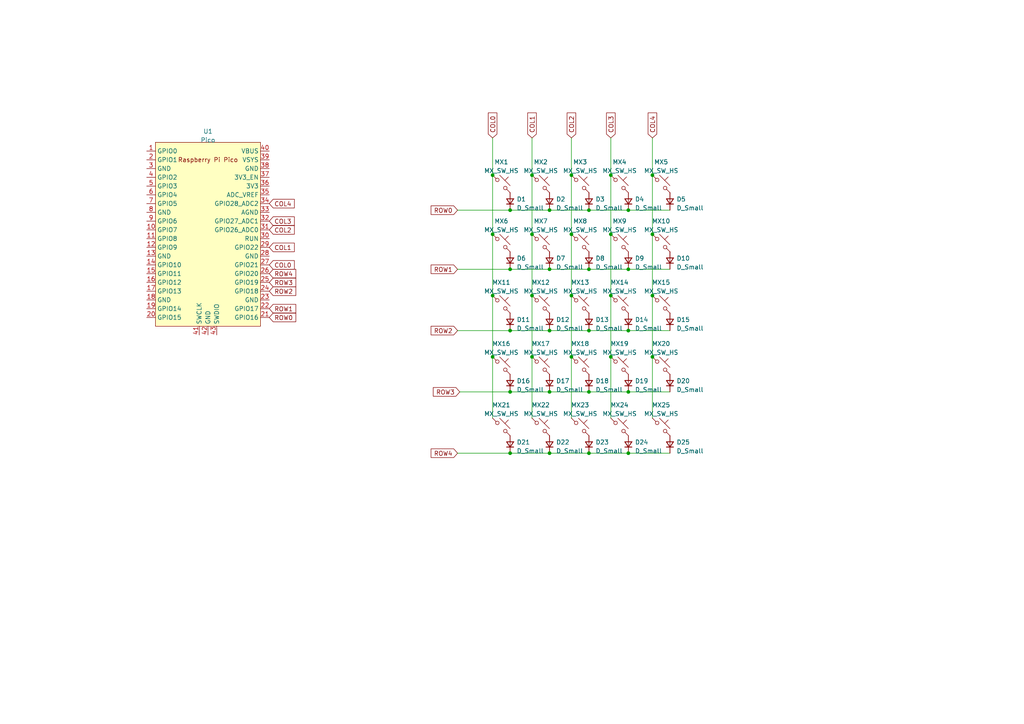
<source format=kicad_sch>
(kicad_sch (version 20230121) (generator eeschema)
  (paper "A4")
  (lib_symbols
    (symbol "Device:D_Small" (pin_numbers hide) (pin_names (offset 0.254) hide)
      (property "Reference" "D" (at -1.27 2.032 0))
      (property "Value" "D_Small" (at -3.81 -2.032 0))
      (symbol "D_Small_0_1"
        (polyline (pts (xy -0.762 -1.016) (xy -0.762 1.016)) (stroke (width 0.254)))
        (polyline (pts (xy -0.762 0) (xy 0.762 0)))
        (polyline (pts (xy 0.762 -1.016) (xy -0.762 0) (xy 0.762 1.016) (xy 0.762 -1.016)) (stroke (width 0.254)))
      )
      (symbol "D_Small_1_1"
        (pin passive line (at -2.54 0 0) (length 1.778) (name "K") (number "1"))
        (pin passive line (at 2.54 0 180) (length 1.778) (name "A") (number "2"))
      )
    )
    (symbol "MCU_RaspberryPi_and_Boards:Pico"
      (property "Reference" "U" (at -13.97 27.94 0))
      (property "Value" "Pico" (at 0 19.05 0))
      (symbol "Pico_0_0"
        (text "Raspberry Pi Pico" (at 0 21.59 0) (effects (font (size 1.27 1.27))))
      )
      (symbol "Pico_0_1"
        (rectangle (start -15.24 26.67) (end 15.24 -26.67) (fill (type background)))
      )
      (symbol "Pico_1_1"
        (pin bidirectional line (at -17.78 24.13 0) (length 2.54) (name "GPIO0") (number "1"))
        (pin bidirectional line (at -17.78 1.27 0) (length 2.54) (name "GPIO7") (number "10"))
        (pin bidirectional line (at -17.78 -1.27 0) (length 2.54) (name "GPIO8") (number "11"))
        (pin bidirectional line (at -17.78 -3.81 0) (length 2.54) (name "GPIO9") (number "12"))
        (pin power_in line (at -17.78 -6.35 0) (length 2.54) (name "GND") (number "13"))
        (pin bidirectional line (at -17.78 -8.89 0) (length 2.54) (name "GPIO10") (number "14"))
        (pin bidirectional line (at -17.78 -11.43 0) (length 2.54) (name "GPIO11") (number "15"))
        (pin bidirectional line (at -17.78 -13.97 0) (length 2.54) (name "GPIO12") (number "16"))
        (pin bidirectional line (at -17.78 -16.51 0) (length 2.54) (name "GPIO13") (number "17"))
        (pin power_in line (at -17.78 -19.05 0) (length 2.54) (name "GND") (number "18"))
        (pin bidirectional line (at -17.78 -21.59 0) (length 2.54) (name "GPIO14") (number "19"))
        (pin bidirectional line (at -17.78 21.59 0) (length 2.54) (name "GPIO1") (number "2"))
        (pin bidirectional line (at -17.78 -24.13 0) (length 2.54) (name "GPIO15") (number "20"))
        (pin bidirectional line (at 17.78 -24.13 180) (length 2.54) (name "GPIO16") (number "21"))
        (pin bidirectional line (at 17.78 -21.59 180) (length 2.54) (name "GPIO17") (number "22"))
        (pin power_in line (at 17.78 -19.05 180) (length 2.54) (name "GND") (number "23"))
        (pin bidirectional line (at 17.78 -16.51 180) (length 2.54) (name "GPIO18") (number "24"))
        (pin bidirectional line (at 17.78 -13.97 180) (length 2.54) (name "GPIO19") (number "25"))
        (pin bidirectional line (at 17.78 -11.43 180) (length 2.54) (name "GPIO20") (number "26"))
        (pin bidirectional line (at 17.78 -8.89 180) (length 2.54) (name "GPIO21") (number "27"))
        (pin power_in line (at 17.78 -6.35 180) (length 2.54) (name "GND") (number "28"))
        (pin bidirectional line (at 17.78 -3.81 180) (length 2.54) (name "GPIO22") (number "29"))
        (pin power_in line (at -17.78 19.05 0) (length 2.54) (name "GND") (number "3"))
        (pin input line (at 17.78 -1.27 180) (length 2.54) (name "RUN") (number "30"))
        (pin bidirectional line (at 17.78 1.27 180) (length 2.54) (name "GPIO26_ADC0") (number "31"))
        (pin bidirectional line (at 17.78 3.81 180) (length 2.54) (name "GPIO27_ADC1") (number "32"))
        (pin power_in line (at 17.78 6.35 180) (length 2.54) (name "AGND") (number "33"))
        (pin bidirectional line (at 17.78 8.89 180) (length 2.54) (name "GPIO28_ADC2") (number "34"))
        (pin power_in line (at 17.78 11.43 180) (length 2.54) (name "ADC_VREF") (number "35"))
        (pin power_in line (at 17.78 13.97 180) (length 2.54) (name "3V3") (number "36"))
        (pin input line (at 17.78 16.51 180) (length 2.54) (name "3V3_EN") (number "37"))
        (pin bidirectional line (at 17.78 19.05 180) (length 2.54) (name "GND") (number "38"))
        (pin power_in line (at 17.78 21.59 180) (length 2.54) (name "VSYS") (number "39"))
        (pin bidirectional line (at -17.78 16.51 0) (length 2.54) (name "GPIO2") (number "4"))
        (pin power_in line (at 17.78 24.13 180) (length 2.54) (name "VBUS") (number "40"))
        (pin input line (at -2.54 -29.21 90) (length 2.54) (name "SWCLK") (number "41"))
        (pin power_in line (at 0 -29.21 90) (length 2.54) (name "GND") (number "42"))
        (pin bidirectional line (at 2.54 -29.21 90) (length 2.54) (name "SWDIO") (number "43"))
        (pin bidirectional line (at -17.78 13.97 0) (length 2.54) (name "GPIO3") (number "5"))
        (pin bidirectional line (at -17.78 11.43 0) (length 2.54) (name "GPIO4") (number "6"))
        (pin bidirectional line (at -17.78 8.89 0) (length 2.54) (name "GPIO5") (number "7"))
        (pin power_in line (at -17.78 6.35 0) (length 2.54) (name "GND") (number "8"))
        (pin bidirectional line (at -17.78 3.81 0) (length 2.54) (name "GPIO6") (number "9"))
      )
    )
    (symbol "PCM_marbastlib-mx:MX_SW_HS" (pin_numbers hide) (pin_names (offset 1.016) hide)
      (property "Reference" "MX" (at 3.048 1.016 0))
      (property "Value" "MX_SW_HS" (at 0 -3.81 0))
      (symbol "MX_SW_HS_0_1"
        (circle (center -1.1684 1.1684) (radius 0.508))
        (polyline (pts (xy -0.508 2.54) (xy 2.54 -0.508)))
        (polyline (pts (xy 1.016 1.016) (xy 2.032 2.032)))
        (polyline (pts (xy -2.54 2.54) (xy -1.524 1.524) (xy -1.524 1.524)))
        (polyline (pts (xy 1.524 -1.524) (xy 2.54 -2.54) (xy 2.54 -2.54) (xy 2.54 -2.54)))
        (circle (center 1.143 -1.1938) (radius 0.508))
        (pin passive line (at -2.54 2.54 0) (length 0) (name "1") (number "1"))
        (pin passive line (at 2.54 -2.54 180) (length 0) (name "2") (number "2"))
      )
    )
  )
  (junction (at 189.23 67.945))
  (junction (at 165.735 67.945))
  (junction (at 142.875 67.945))
  (junction (at 147.955 78.105))
  (junction (at 159.385 113.665))
  (junction (at 159.385 78.105))
  (junction (at 147.955 131.445))
  (junction (at 170.815 60.96))
  (junction (at 189.23 103.505))
  (junction (at 159.385 131.445))
  (junction (at 165.735 103.505))
  (junction (at 165.735 50.8))
  (junction (at 170.815 78.105))
  (junction (at 154.305 67.945))
  (junction (at 170.815 95.885))
  (junction (at 154.305 103.505))
  (junction (at 147.955 95.885))
  (junction (at 182.245 131.445))
  (junction (at 165.735 85.725))
  (junction (at 154.305 85.725))
  (junction (at 159.385 60.96))
  (junction (at 182.245 60.96))
  (junction (at 177.165 50.8))
  (junction (at 189.23 50.8))
  (junction (at 142.875 85.725))
  (junction (at 182.245 95.885))
  (junction (at 154.305 50.8))
  (junction (at 177.165 85.725))
  (junction (at 147.955 60.96))
  (junction (at 170.815 113.665))
  (junction (at 147.955 113.665))
  (junction (at 182.245 78.105))
  (junction (at 189.23 85.725))
  (junction (at 177.165 103.505))
  (junction (at 170.815 131.445))
  (junction (at 142.875 50.8))
  (junction (at 182.245 113.665))
  (junction (at 159.385 95.885))
  (junction (at 142.875 103.505))
  (junction (at 177.165 67.945))
  (wire (pts (xy 159.385 78.105) (xy 170.815 78.105)))
  (wire (pts (xy 189.23 50.8) (xy 189.23 67.945)))
  (wire (pts (xy 159.385 60.96) (xy 170.815 60.96)))
  (wire (pts (xy 170.815 131.445) (xy 159.385 131.445)))
  (wire (pts (xy 147.955 60.96) (xy 159.385 60.96)))
  (wire (pts (xy 142.875 103.505) (xy 142.875 121.285)))
  (wire (pts (xy 177.165 40.005) (xy 177.165 50.8)))
  (wire (pts (xy 154.305 103.505) (xy 154.305 121.285)))
  (wire (pts (xy 189.23 103.505) (xy 189.23 121.285)))
  (wire (pts (xy 154.305 85.725) (xy 154.305 103.505)))
  (wire (pts (xy 147.955 78.105) (xy 159.385 78.105)))
  (wire (pts (xy 165.735 40.005) (xy 165.735 50.8)))
  (wire (pts (xy 194.31 131.445) (xy 182.245 131.445)))
  (wire (pts (xy 132.715 60.96) (xy 147.955 60.96)))
  (wire (pts (xy 133.35 113.665) (xy 147.955 113.665)))
  (wire (pts (xy 147.955 95.885) (xy 159.385 95.885)))
  (wire (pts (xy 154.305 40.005) (xy 154.305 50.8)))
  (wire (pts (xy 147.955 131.445) (xy 132.715 131.445)))
  (wire (pts (xy 170.815 78.105) (xy 182.245 78.105)))
  (wire (pts (xy 159.385 113.665) (xy 170.815 113.665)))
  (wire (pts (xy 165.735 103.505) (xy 165.735 121.285)))
  (wire (pts (xy 177.165 103.505) (xy 177.165 121.285)))
  (wire (pts (xy 177.165 85.725) (xy 177.165 103.505)))
  (wire (pts (xy 165.735 67.945) (xy 165.735 85.725)))
  (wire (pts (xy 189.23 40.005) (xy 189.23 50.8)))
  (wire (pts (xy 147.955 113.665) (xy 159.385 113.665)))
  (wire (pts (xy 142.875 67.945) (xy 142.875 85.725)))
  (wire (pts (xy 142.875 40.005) (xy 142.875 50.8)))
  (wire (pts (xy 170.815 60.96) (xy 182.245 60.96)))
  (wire (pts (xy 170.815 113.665) (xy 182.245 113.665)))
  (wire (pts (xy 154.305 50.8) (xy 154.305 67.945)))
  (wire (pts (xy 189.23 85.725) (xy 189.23 103.505)))
  (wire (pts (xy 182.245 131.445) (xy 170.815 131.445)))
  (wire (pts (xy 159.385 131.445) (xy 147.955 131.445)))
  (wire (pts (xy 132.715 78.105) (xy 147.955 78.105)))
  (wire (pts (xy 182.245 95.885) (xy 194.31 95.885)))
  (wire (pts (xy 177.165 67.945) (xy 177.165 85.725)))
  (wire (pts (xy 165.735 50.8) (xy 165.735 67.945)))
  (wire (pts (xy 165.735 85.725) (xy 165.735 103.505)))
  (wire (pts (xy 182.245 78.105) (xy 194.31 78.105)))
  (wire (pts (xy 142.875 85.725) (xy 142.875 103.505)))
  (wire (pts (xy 142.875 50.8) (xy 142.875 67.945)))
  (wire (pts (xy 154.305 67.945) (xy 154.305 85.725)))
  (wire (pts (xy 189.23 67.945) (xy 189.23 85.725)))
  (wire (pts (xy 182.245 113.665) (xy 194.31 113.665)))
  (wire (pts (xy 177.165 50.8) (xy 177.165 67.945)))
  (wire (pts (xy 132.715 95.885) (xy 147.955 95.885)))
  (wire (pts (xy 159.385 95.885) (xy 170.815 95.885)))
  (wire (pts (xy 182.245 60.96) (xy 194.31 60.96)))
  (wire (pts (xy 170.815 95.885) (xy 182.245 95.885)))
  (global_label "ROW0" (shape input) (at 132.715 60.96 180) (property "Intersheetrefs" "${INTERSHEET_REFS}" (effects hide)))
  (global_label "ROW2" (shape input) (at 132.715 95.885 180) (property "Intersheetrefs" "${INTERSHEET_REFS}" (effects hide)))
  (global_label "ROW4" (shape input) (at 78.105 79.375 0) (property "Intersheetrefs" "${INTERSHEET_REFS}" (effects hide)))
  (global_label "COL1" (shape input) (at 154.305 40.005 90) (property "Intersheetrefs" "${INTERSHEET_REFS}" (effects hide)))
  (global_label "ROW1" (shape input) (at 78.105 89.535 0) (property "Intersheetrefs" "${INTERSHEET_REFS}" (effects hide)))
  (global_label "ROW1" (shape input) (at 132.715 78.105 180) (property "Intersheetrefs" "${INTERSHEET_REFS}" (effects hide)))
  (global_label "COL0" (shape input) (at 142.875 40.005 90) (property "Intersheetrefs" "${INTERSHEET_REFS}" (effects hide)))
  (global_label "COL2" (shape input) (at 165.735 40.005 90) (property "Intersheetrefs" "${INTERSHEET_REFS}" (effects hide)))
  (global_label "COL4" (shape input) (at 78.105 59.055 0) (property "Intersheetrefs" "${INTERSHEET_REFS}" (effects hide)))
  (global_label "ROW4" (shape input) (at 132.715 131.445 180) (property "Intersheetrefs" "${INTERSHEET_REFS}" (effects hide)))
  (global_label "ROW3" (shape input) (at 133.35 113.665 180) (property "Intersheetrefs" "${INTERSHEET_REFS}" (effects hide)))
  (global_label "COL2" (shape input) (at 78.105 66.675 0) (property "Intersheetrefs" "${INTERSHEET_REFS}" (effects hide)))
  (global_label "ROW0" (shape input) (at 78.105 92.075 0) (property "Intersheetrefs" "${INTERSHEET_REFS}" (effects hide)))
  (global_label "ROW2" (shape input) (at 78.105 84.455 0) (property "Intersheetrefs" "${INTERSHEET_REFS}" (effects hide)))
  (global_label "COL3" (shape input) (at 177.165 40.005 90) (property "Intersheetrefs" "${INTERSHEET_REFS}" (effects hide)))
  (global_label "COL0" (shape input) (at 78.105 76.835 0) (property "Intersheetrefs" "${INTERSHEET_REFS}" (effects hide)))
  (global_label "ROW3" (shape input) (at 78.105 81.915 0) (property "Intersheetrefs" "${INTERSHEET_REFS}" (effects hide)))
  (global_label "COL1" (shape input) (at 78.105 71.755 0) (property "Intersheetrefs" "${INTERSHEET_REFS}" (effects hide)))
  (global_label "COL4" (shape input) (at 189.23 40.005 90) (property "Intersheetrefs" "${INTERSHEET_REFS}" (effects hide)))
  (global_label "COL3" (shape input) (at 78.105 64.135 0) (property "Intersheetrefs" "${INTERSHEET_REFS}" (effects hide)))
  (symbol (lib_id "Device:D_Small") (at 182.245 128.905 90) (unit 1)
    (property "Reference" "D24" (at 184.15 128.27 90) (effects (justify right)))
    (property "Value" "D_Small" (at 184.15 130.81 90) (effects (justify right)))
    (property "Footprint" "Diode_SMD:D_0805_2012Metric_Pad1.15x1.40mm_HandSolder" (effects hide))
    (property "Sim.Device" "D" (effects hide))
    (property "Sim.Pins" "1=K 2=A" (effects hide))
  )
  (symbol (lib_id "PCM_marbastlib-mx:MX_SW_HS") (at 156.845 70.485 0) (unit 1)
    (property "Reference" "MX7" (at 156.845 64.135 0))
    (property "Value" "MX_SW_HS" (at 156.845 66.675 0))
    (property "Footprint" "PCM_marbastlib-mx:SW_MX_HS_1u" (effects hide))
  )
  (symbol (lib_id "MCU_RaspberryPi_and_Boards:Pico") (at 60.325 67.945 0) (unit 1)
    (property "Reference" "U1" (at 60.325 38.1 0))
    (property "Value" "Pico" (at 60.325 40.64 0))
    (property "Footprint" "MCU_RaspberryPi_and_Boards:RPi_Pico_SMD_TH" (effects hide))
  )
  (symbol (lib_id "Device:D_Small") (at 182.245 111.125 90) (unit 1)
    (property "Reference" "D19" (at 184.15 110.49 90) (effects (justify right)))
    (property "Value" "D_Small" (at 184.15 113.03 90) (effects (justify right)))
    (property "Footprint" "Diode_SMD:D_0805_2012Metric_Pad1.15x1.40mm_HandSolder" (effects hide))
    (property "Sim.Device" "D" (effects hide))
    (property "Sim.Pins" "1=K 2=A" (effects hide))
  )
  (symbol (lib_id "Device:D_Small") (at 147.955 128.905 90) (unit 1)
    (property "Reference" "D21" (at 149.86 128.27 90) (effects (justify right)))
    (property "Value" "D_Small" (at 149.86 130.81 90) (effects (justify right)))
    (property "Footprint" "Diode_SMD:D_0805_2012Metric_Pad1.15x1.40mm_HandSolder" (effects hide))
    (property "Sim.Device" "D" (effects hide))
    (property "Sim.Pins" "1=K 2=A" (effects hide))
  )
  (symbol (lib_id "PCM_marbastlib-mx:MX_SW_HS") (at 168.275 88.265 0) (unit 1)
    (property "Reference" "MX13" (at 168.275 81.915 0))
    (property "Value" "MX_SW_HS" (at 168.275 84.455 0))
    (property "Footprint" "PCM_marbastlib-mx:SW_MX_HS_1u" (effects hide))
  )
  (symbol (lib_id "PCM_marbastlib-mx:MX_SW_HS") (at 168.275 70.485 0) (unit 1)
    (property "Reference" "MX8" (at 168.275 64.135 0))
    (property "Value" "MX_SW_HS" (at 168.275 66.675 0))
    (property "Footprint" "PCM_marbastlib-mx:SW_MX_HS_1u" (effects hide))
  )
  (symbol (lib_id "Device:D_Small") (at 194.31 75.565 90) (unit 1)
    (property "Reference" "D10" (at 196.215 74.93 90) (effects (justify right)))
    (property "Value" "D_Small" (at 196.215 77.47 90) (effects (justify right)))
    (property "Footprint" "Diode_SMD:D_0805_2012Metric_Pad1.15x1.40mm_HandSolder" (effects hide))
    (property "Sim.Device" "D" (effects hide))
    (property "Sim.Pins" "1=K 2=A" (effects hide))
  )
  (symbol (lib_id "PCM_marbastlib-mx:MX_SW_HS") (at 156.845 123.825 0) (unit 1)
    (property "Reference" "MX22" (at 156.845 117.475 0))
    (property "Value" "MX_SW_HS" (at 156.845 120.015 0))
    (property "Footprint" "PCM_marbastlib-mx:SW_MX_HS_1u" (effects hide))
  )
  (symbol (lib_id "Device:D_Small") (at 182.245 93.345 90) (unit 1)
    (property "Reference" "D14" (at 184.15 92.71 90) (effects (justify right)))
    (property "Value" "D_Small" (at 184.15 95.25 90) (effects (justify right)))
    (property "Footprint" "Diode_SMD:D_0805_2012Metric_Pad1.15x1.40mm_HandSolder" (effects hide))
    (property "Sim.Device" "D" (effects hide))
    (property "Sim.Pins" "1=K 2=A" (effects hide))
  )
  (symbol (lib_id "PCM_marbastlib-mx:MX_SW_HS") (at 191.77 70.485 0) (unit 1)
    (property "Reference" "MX10" (at 191.77 64.135 0))
    (property "Value" "MX_SW_HS" (at 191.77 66.675 0))
    (property "Footprint" "PCM_marbastlib-mx:SW_MX_HS_1u" (effects hide))
  )
  (symbol (lib_id "PCM_marbastlib-mx:MX_SW_HS") (at 191.77 123.825 0) (unit 1)
    (property "Reference" "MX25" (at 191.77 117.475 0))
    (property "Value" "MX_SW_HS" (at 191.77 120.015 0))
    (property "Footprint" "PCM_marbastlib-mx:SW_MX_HS_1u" (effects hide))
  )
  (symbol (lib_id "PCM_marbastlib-mx:MX_SW_HS") (at 145.415 123.825 0) (unit 1)
    (property "Reference" "MX21" (at 145.415 117.475 0))
    (property "Value" "MX_SW_HS" (at 145.415 120.015 0))
    (property "Footprint" "PCM_marbastlib-mx:SW_MX_HS_1u" (effects hide))
  )
  (symbol (lib_id "Device:D_Small") (at 147.955 111.125 90) (unit 1)
    (property "Reference" "D16" (at 149.86 110.49 90) (effects (justify right)))
    (property "Value" "D_Small" (at 149.86 113.03 90) (effects (justify right)))
    (property "Footprint" "Diode_SMD:D_0805_2012Metric_Pad1.15x1.40mm_HandSolder" (effects hide))
    (property "Sim.Device" "D" (effects hide))
    (property "Sim.Pins" "1=K 2=A" (effects hide))
  )
  (symbol (lib_id "Device:D_Small") (at 182.245 75.565 90) (unit 1)
    (property "Reference" "D9" (at 184.15 74.93 90) (effects (justify right)))
    (property "Value" "D_Small" (at 184.15 77.47 90) (effects (justify right)))
    (property "Footprint" "Diode_SMD:D_0805_2012Metric_Pad1.15x1.40mm_HandSolder" (effects hide))
    (property "Sim.Device" "D" (effects hide))
    (property "Sim.Pins" "1=K 2=A" (effects hide))
  )
  (symbol (lib_id "PCM_marbastlib-mx:MX_SW_HS") (at 145.415 53.34 0) (unit 1)
    (property "Reference" "MX1" (at 145.415 46.99 0))
    (property "Value" "MX_SW_HS" (at 145.415 49.53 0))
    (property "Footprint" "PCM_marbastlib-mx:SW_MX_HS_1u" (effects hide))
  )
  (symbol (lib_id "PCM_marbastlib-mx:MX_SW_HS") (at 179.705 70.485 0) (unit 1)
    (property "Reference" "MX9" (at 179.705 64.135 0))
    (property "Value" "MX_SW_HS" (at 179.705 66.675 0))
    (property "Footprint" "PCM_marbastlib-mx:SW_MX_HS_1u" (effects hide))
  )
  (symbol (lib_id "PCM_marbastlib-mx:MX_SW_HS") (at 145.415 88.265 0) (unit 1)
    (property "Reference" "MX11" (at 145.415 81.915 0))
    (property "Value" "MX_SW_HS" (at 145.415 84.455 0))
    (property "Footprint" "PCM_marbastlib-mx:SW_MX_HS_1u" (effects hide))
  )
  (symbol (lib_id "PCM_marbastlib-mx:MX_SW_HS") (at 179.705 123.825 0) (unit 1)
    (property "Reference" "MX24" (at 179.705 117.475 0))
    (property "Value" "MX_SW_HS" (at 179.705 120.015 0))
    (property "Footprint" "PCM_marbastlib-mx:SW_MX_HS_1u" (effects hide))
  )
  (symbol (lib_id "Device:D_Small") (at 170.815 111.125 90) (unit 1)
    (property "Reference" "D18" (at 172.72 110.49 90) (effects (justify right)))
    (property "Value" "D_Small" (at 172.72 113.03 90) (effects (justify right)))
    (property "Footprint" "Diode_SMD:D_0805_2012Metric_Pad1.15x1.40mm_HandSolder" (effects hide))
    (property "Sim.Device" "D" (effects hide))
    (property "Sim.Pins" "1=K 2=A" (effects hide))
  )
  (symbol (lib_id "PCM_marbastlib-mx:MX_SW_HS") (at 179.705 88.265 0) (unit 1)
    (property "Reference" "MX14" (at 179.705 81.915 0))
    (property "Value" "MX_SW_HS" (at 179.705 84.455 0))
    (property "Footprint" "PCM_marbastlib-mx:SW_MX_HS_1u" (effects hide))
  )
  (symbol (lib_id "Device:D_Small") (at 170.815 58.42 90) (unit 1)
    (property "Reference" "D3" (at 172.72 57.785 90) (effects (justify right)))
    (property "Value" "D_Small" (at 172.72 60.325 90) (effects (justify right)))
    (property "Footprint" "Diode_SMD:D_0805_2012Metric_Pad1.15x1.40mm_HandSolder" (effects hide))
    (property "Sim.Device" "D" (effects hide))
    (property "Sim.Pins" "1=K 2=A" (effects hide))
  )
  (symbol (lib_id "Device:D_Small") (at 194.31 128.905 90) (unit 1)
    (property "Reference" "D25" (at 196.215 128.27 90) (effects (justify right)))
    (property "Value" "D_Small" (at 196.215 130.81 90) (effects (justify right)))
    (property "Footprint" "Diode_SMD:D_0805_2012Metric_Pad1.15x1.40mm_HandSolder" (effects hide))
    (property "Sim.Device" "D" (effects hide))
    (property "Sim.Pins" "1=K 2=A" (effects hide))
  )
  (symbol (lib_id "PCM_marbastlib-mx:MX_SW_HS") (at 145.415 70.485 0) (unit 1)
    (property "Reference" "MX6" (at 145.415 64.135 0))
    (property "Value" "MX_SW_HS" (at 145.415 66.675 0))
    (property "Footprint" "PCM_marbastlib-mx:SW_MX_HS_1u" (effects hide))
  )
  (symbol (lib_id "Device:D_Small") (at 159.385 128.905 90) (unit 1)
    (property "Reference" "D22" (at 161.29 128.27 90) (effects (justify right)))
    (property "Value" "D_Small" (at 161.29 130.81 90) (effects (justify right)))
    (property "Footprint" "Diode_SMD:D_0805_2012Metric_Pad1.15x1.40mm_HandSolder" (effects hide))
    (property "Sim.Device" "D" (effects hide))
    (property "Sim.Pins" "1=K 2=A" (effects hide))
  )
  (symbol (lib_id "Device:D_Small") (at 159.385 58.42 90) (unit 1)
    (property "Reference" "D2" (at 161.29 57.785 90) (effects (justify right)))
    (property "Value" "D_Small" (at 161.29 60.325 90) (effects (justify right)))
    (property "Footprint" "Diode_SMD:D_0805_2012Metric_Pad1.15x1.40mm_HandSolder" (effects hide))
    (property "Sim.Device" "D" (effects hide))
    (property "Sim.Pins" "1=K 2=A" (effects hide))
  )
  (symbol (lib_id "Device:D_Small") (at 194.31 93.345 90) (unit 1)
    (property "Reference" "D15" (at 196.215 92.71 90) (effects (justify right)))
    (property "Value" "D_Small" (at 196.215 95.25 90) (effects (justify right)))
    (property "Footprint" "Diode_SMD:D_0805_2012Metric_Pad1.15x1.40mm_HandSolder" (effects hide))
    (property "Sim.Device" "D" (effects hide))
    (property "Sim.Pins" "1=K 2=A" (effects hide))
  )
  (symbol (lib_id "PCM_marbastlib-mx:MX_SW_HS") (at 191.77 106.045 0) (unit 1)
    (property "Reference" "MX20" (at 191.77 99.695 0))
    (property "Value" "MX_SW_HS" (at 191.77 102.235 0))
    (property "Footprint" "PCM_marbastlib-mx:SW_MX_HS_1u" (effects hide))
  )
  (symbol (lib_id "Device:D_Small") (at 159.385 75.565 90) (unit 1)
    (property "Reference" "D7" (at 161.29 74.93 90) (effects (justify right)))
    (property "Value" "D_Small" (at 161.29 77.47 90) (effects (justify right)))
    (property "Footprint" "Diode_SMD:D_0805_2012Metric_Pad1.15x1.40mm_HandSolder" (effects hide))
    (property "Sim.Device" "D" (effects hide))
    (property "Sim.Pins" "1=K 2=A" (effects hide))
  )
  (symbol (lib_id "PCM_marbastlib-mx:MX_SW_HS") (at 145.415 106.045 0) (unit 1)
    (property "Reference" "MX16" (at 145.415 99.695 0))
    (property "Value" "MX_SW_HS" (at 145.415 102.235 0))
    (property "Footprint" "PCM_marbastlib-mx:SW_MX_HS_1u" (effects hide))
  )
  (symbol (lib_id "PCM_marbastlib-mx:MX_SW_HS") (at 168.275 106.045 0) (unit 1)
    (property "Reference" "MX18" (at 168.275 99.695 0))
    (property "Value" "MX_SW_HS" (at 168.275 102.235 0))
    (property "Footprint" "PCM_marbastlib-mx:SW_MX_HS_1u" (effects hide))
  )
  (symbol (lib_id "Device:D_Small") (at 194.31 58.42 90) (unit 1)
    (property "Reference" "D5" (at 196.215 57.785 90) (effects (justify right)))
    (property "Value" "D_Small" (at 196.215 60.325 90) (effects (justify right)))
    (property "Footprint" "Diode_SMD:D_0805_2012Metric_Pad1.15x1.40mm_HandSolder" (effects hide))
    (property "Sim.Device" "D" (effects hide))
    (property "Sim.Pins" "1=K 2=A" (effects hide))
  )
  (symbol (lib_id "Device:D_Small") (at 147.955 58.42 90) (unit 1)
    (property "Reference" "D1" (at 149.86 57.785 90) (effects (justify right)))
    (property "Value" "D_Small" (at 149.86 60.325 90) (effects (justify right)))
    (property "Footprint" "Diode_SMD:D_0805_2012Metric_Pad1.15x1.40mm_HandSolder" (effects hide))
    (property "Sim.Device" "D" (effects hide))
    (property "Sim.Pins" "1=K 2=A" (effects hide))
  )
  (symbol (lib_id "Device:D_Small") (at 170.815 75.565 90) (unit 1)
    (property "Reference" "D8" (at 172.72 74.93 90) (effects (justify right)))
    (property "Value" "D_Small" (at 172.72 77.47 90) (effects (justify right)))
    (property "Footprint" "Diode_SMD:D_0805_2012Metric_Pad1.15x1.40mm_HandSolder" (effects hide))
    (property "Sim.Device" "D" (effects hide))
    (property "Sim.Pins" "1=K 2=A" (effects hide))
  )
  (symbol (lib_id "PCM_marbastlib-mx:MX_SW_HS") (at 168.275 123.825 0) (unit 1)
    (property "Reference" "MX23" (at 168.275 117.475 0))
    (property "Value" "MX_SW_HS" (at 168.275 120.015 0))
    (property "Footprint" "PCM_marbastlib-mx:SW_MX_HS_1u" (effects hide))
  )
  (symbol (lib_id "PCM_marbastlib-mx:MX_SW_HS") (at 191.77 53.34 0) (unit 1)
    (property "Reference" "MX5" (at 191.77 46.99 0))
    (property "Value" "MX_SW_HS" (at 191.77 49.53 0))
    (property "Footprint" "PCM_marbastlib-mx:SW_MX_HS_1u" (effects hide))
  )
  (symbol (lib_id "PCM_marbastlib-mx:MX_SW_HS") (at 156.845 88.265 0) (unit 1)
    (property "Reference" "MX12" (at 156.845 81.915 0))
    (property "Value" "MX_SW_HS" (at 156.845 84.455 0))
    (property "Footprint" "PCM_marbastlib-mx:SW_MX_HS_1u" (effects hide))
  )
  (symbol (lib_id "PCM_marbastlib-mx:MX_SW_HS") (at 191.77 88.265 0) (unit 1)
    (property "Reference" "MX15" (at 191.77 81.915 0))
    (property "Value" "MX_SW_HS" (at 191.77 84.455 0))
    (property "Footprint" "PCM_marbastlib-mx:SW_MX_HS_1u" (effects hide))
  )
  (symbol (lib_id "PCM_marbastlib-mx:MX_SW_HS") (at 156.845 53.34 0) (unit 1)
    (property "Reference" "MX2" (at 156.845 46.99 0))
    (property "Value" "MX_SW_HS" (at 156.845 49.53 0))
    (property "Footprint" "PCM_marbastlib-mx:SW_MX_HS_1u" (effects hide))
  )
  (symbol (lib_id "Device:D_Small") (at 159.385 93.345 90) (unit 1)
    (property "Reference" "D12" (at 161.29 92.71 90) (effects (justify right)))
    (property "Value" "D_Small" (at 161.29 95.25 90) (effects (justify right)))
    (property "Footprint" "Diode_SMD:D_0805_2012Metric_Pad1.15x1.40mm_HandSolder" (effects hide))
    (property "Sim.Device" "D" (effects hide))
    (property "Sim.Pins" "1=K 2=A" (effects hide))
  )
  (symbol (lib_id "Device:D_Small") (at 147.955 93.345 90) (unit 1)
    (property "Reference" "D11" (at 149.86 92.71 90) (effects (justify right)))
    (property "Value" "D_Small" (at 149.86 95.25 90) (effects (justify right)))
    (property "Footprint" "Diode_SMD:D_0805_2012Metric_Pad1.15x1.40mm_HandSolder" (effects hide))
    (property "Sim.Device" "D" (effects hide))
    (property "Sim.Pins" "1=K 2=A" (effects hide))
  )
  (symbol (lib_id "Device:D_Small") (at 147.955 75.565 90) (unit 1)
    (property "Reference" "D6" (at 149.86 74.93 90) (effects (justify right)))
    (property "Value" "D_Small" (at 149.86 77.47 90) (effects (justify right)))
    (property "Footprint" "Diode_SMD:D_0805_2012Metric_Pad1.15x1.40mm_HandSolder" (effects hide))
    (property "Sim.Device" "D" (effects hide))
    (property "Sim.Pins" "1=K 2=A" (effects hide))
  )
  (symbol (lib_id "Device:D_Small") (at 182.245 58.42 90) (unit 1)
    (property "Reference" "D4" (at 184.15 57.785 90) (effects (justify right)))
    (property "Value" "D_Small" (at 184.15 60.325 90) (effects (justify right)))
    (property "Footprint" "Diode_SMD:D_0805_2012Metric_Pad1.15x1.40mm_HandSolder" (effects hide))
    (property "Sim.Device" "D" (effects hide))
    (property "Sim.Pins" "1=K 2=A" (effects hide))
  )
  (symbol (lib_id "Device:D_Small") (at 159.385 111.125 90) (unit 1)
    (property "Reference" "D17" (at 161.29 110.49 90) (effects (justify right)))
    (property "Value" "D_Small" (at 161.29 113.03 90) (effects (justify right)))
    (property "Footprint" "Diode_SMD:D_0805_2012Metric_Pad1.15x1.40mm_HandSolder" (effects hide))
    (property "Sim.Device" "D" (effects hide))
    (property "Sim.Pins" "1=K 2=A" (effects hide))
  )
  (symbol (lib_id "PCM_marbastlib-mx:MX_SW_HS") (at 168.275 53.34 0) (unit 1)
    (property "Reference" "MX3" (at 168.275 46.99 0))
    (property "Value" "MX_SW_HS" (at 168.275 49.53 0))
    (property "Footprint" "PCM_marbastlib-mx:SW_MX_HS_1u" (effects hide))
  )
  (symbol (lib_id "Device:D_Small") (at 170.815 93.345 90) (unit 1)
    (property "Reference" "D13" (at 172.72 92.71 90) (effects (justify right)))
    (property "Value" "D_Small" (at 172.72 95.25 90) (effects (justify right)))
    (property "Footprint" "Diode_SMD:D_0805_2012Metric_Pad1.15x1.40mm_HandSolder" (effects hide))
    (property "Sim.Device" "D" (effects hide))
    (property "Sim.Pins" "1=K 2=A" (effects hide))
  )
  (symbol (lib_id "PCM_marbastlib-mx:MX_SW_HS") (at 179.705 53.34 0) (unit 1)
    (property "Reference" "MX4" (at 179.705 46.99 0))
    (property "Value" "MX_SW_HS" (at 179.705 49.53 0))
    (property "Footprint" "PCM_marbastlib-mx:SW_MX_HS_1u" (effects hide))
  )
  (symbol (lib_id "Device:D_Small") (at 194.31 111.125 90) (unit 1)
    (property "Reference" "D20" (at 196.215 110.49 90) (effects (justify right)))
    (property "Value" "D_Small" (at 196.215 113.03 90) (effects (justify right)))
    (property "Footprint" "Diode_SMD:D_0805_2012Metric_Pad1.15x1.40mm_HandSolder" (effects hide))
    (property "Sim.Device" "D" (effects hide))
    (property "Sim.Pins" "1=K 2=A" (effects hide))
  )
  (symbol (lib_id "PCM_marbastlib-mx:MX_SW_HS") (at 179.705 106.045 0) (unit 1)
    (property "Reference" "MX19" (at 179.705 99.695 0))
    (property "Value" "MX_SW_HS" (at 179.705 102.235 0))
    (property "Footprint" "PCM_marbastlib-mx:SW_MX_HS_1u" (effects hide))
  )
  (symbol (lib_id "PCM_marbastlib-mx:MX_SW_HS") (at 156.845 106.045 0) (unit 1)
    (property "Reference" "MX17" (at 156.845 99.695 0))
    (property "Value" "MX_SW_HS" (at 156.845 102.235 0))
    (property "Footprint" "PCM_marbastlib-mx:SW_MX_HS_1u" (effects hide))
  )
  (symbol (lib_id "Device:D_Small") (at 170.815 128.905 90) (unit 1)
    (property "Reference" "D23" (at 172.72 128.27 90) (effects (justify right)))
    (property "Value" "D_Small" (at 172.72 130.81 90) (effects (justify right)))
    (property "Footprint" "Diode_SMD:D_0805_2012Metric_Pad1.15x1.40mm_HandSolder" (effects hide))
    (property "Sim.Device" "D" (effects hide))
    (property "Sim.Pins" "1=K 2=A" (effects hide))
  )
)
</source>
